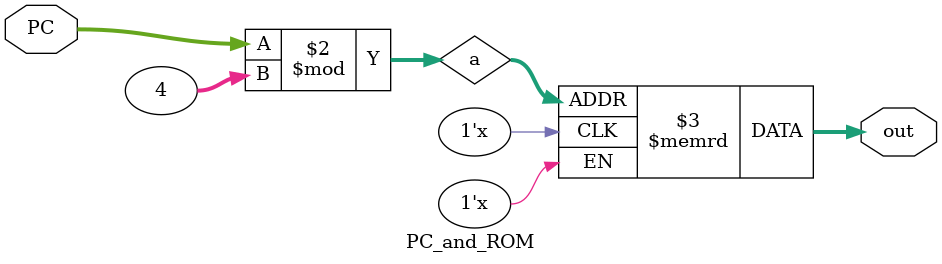
<source format=v>
module PC_and_ROM(PC, out);

input [31:0] PC;
reg [31:0] Instruction[3:0];

output reg [31:0] out;

integer a;

always @(*)
begin
 a = (PC % 4);
 
 out <= Instruction[a];

	
		
end
endmodule


</source>
